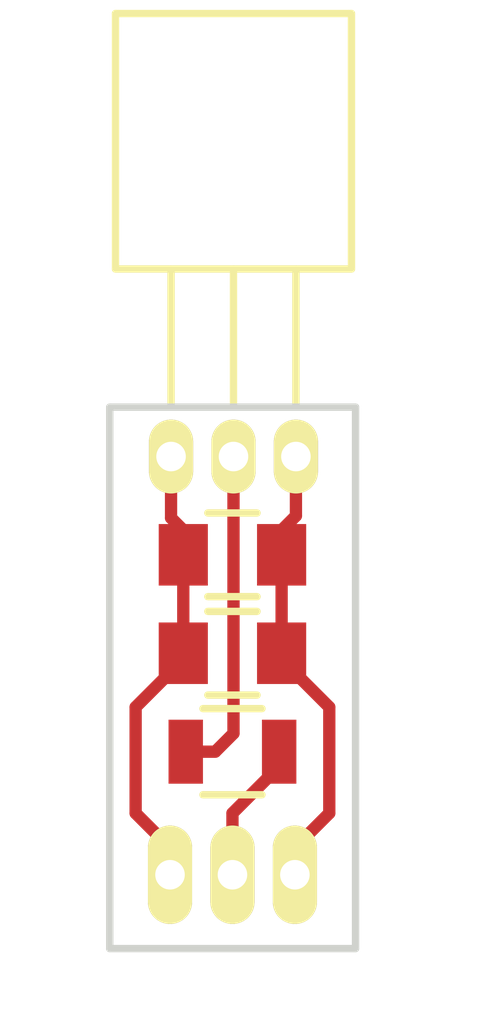
<source format=kicad_pcb>
(kicad_pcb (version 4) (host pcbnew 4.0.2-stable)

  (general
    (links 8)
    (no_connects 0)
    (area 146.924999 103.924999 152.075001 115.075001)
    (thickness 1.6)
    (drawings 4)
    (tracks 24)
    (zones 0)
    (modules 5)
    (nets 5)
  )

  (page A4)
  (layers
    (0 F.Cu signal)
    (31 B.Cu signal)
    (32 B.Adhes user)
    (33 F.Adhes user)
    (34 B.Paste user)
    (35 F.Paste user)
    (36 B.SilkS user)
    (37 F.SilkS user)
    (38 B.Mask user)
    (39 F.Mask user)
    (40 Dwgs.User user)
    (41 Cmts.User user)
    (42 Eco1.User user)
    (43 Eco2.User user)
    (44 Edge.Cuts user)
    (45 Margin user)
    (46 B.CrtYd user)
    (47 F.CrtYd user)
    (48 B.Fab user)
    (49 F.Fab user)
  )

  (setup
    (last_trace_width 0.25)
    (trace_clearance 0.2)
    (zone_clearance 0.508)
    (zone_45_only no)
    (trace_min 0.2)
    (segment_width 0.2)
    (edge_width 0.15)
    (via_size 0.6)
    (via_drill 0.4)
    (via_min_size 0.4)
    (via_min_drill 0.3)
    (uvia_size 0.3)
    (uvia_drill 0.1)
    (uvias_allowed no)
    (uvia_min_size 0.2)
    (uvia_min_drill 0.1)
    (pcb_text_width 0.3)
    (pcb_text_size 1.5 1.5)
    (mod_edge_width 0.15)
    (mod_text_size 1 1)
    (mod_text_width 0.15)
    (pad_size 2.5 1.7272)
    (pad_drill 1.016)
    (pad_to_mask_clearance 0.1)
    (aux_axis_origin 0 0)
    (visible_elements FFFEFF7F)
    (pcbplotparams
      (layerselection 0x00030_80000001)
      (usegerberextensions false)
      (excludeedgelayer true)
      (linewidth 0.100000)
      (plotframeref false)
      (viasonmask false)
      (mode 1)
      (useauxorigin false)
      (hpglpennumber 1)
      (hpglpenspeed 20)
      (hpglpendiameter 15)
      (hpglpenoverlay 2)
      (psnegative false)
      (psa4output false)
      (plotreference true)
      (plotvalue true)
      (plotinvisibletext false)
      (padsonsilk false)
      (subtractmaskfromsilk false)
      (outputformat 1)
      (mirror false)
      (drillshape 1)
      (scaleselection 1)
      (outputdirectory ""))
  )

  (net 0 "")
  (net 1 "Net-(C1-Pad1)")
  (net 2 "Net-(C1-Pad2)")
  (net 3 "Net-(P1-Pad2)")
  (net 4 "Net-(R1-Pad2)")

  (net_class Default "This is the default net class."
    (clearance 0.2)
    (trace_width 0.25)
    (via_dia 0.6)
    (via_drill 0.4)
    (uvia_dia 0.3)
    (uvia_drill 0.1)
    (add_net "Net-(C1-Pad1)")
    (add_net "Net-(C1-Pad2)")
    (add_net "Net-(P1-Pad2)")
    (add_net "Net-(R1-Pad2)")
  )

  (module Capacitors_SMD:C_0805 (layer F.Cu) (tedit 56FB970C) (tstamp 56FB926C)
    (at 149.496 107)
    (descr "Capacitor SMD 0805, reflow soldering, AVX (see smccp.pdf)")
    (tags "capacitor 0805")
    (path /56FB93E7)
    (attr smd)
    (fp_text reference C1 (at 0 -2.1) (layer F.SilkS) hide
      (effects (font (size 1 1) (thickness 0.15)))
    )
    (fp_text value 1u (at 0 2.1) (layer F.Fab)
      (effects (font (size 1 1) (thickness 0.15)))
    )
    (fp_line (start -1.8 -1) (end 1.8 -1) (layer F.CrtYd) (width 0.05))
    (fp_line (start -1.8 1) (end 1.8 1) (layer F.CrtYd) (width 0.05))
    (fp_line (start -1.8 -1) (end -1.8 1) (layer F.CrtYd) (width 0.05))
    (fp_line (start 1.8 -1) (end 1.8 1) (layer F.CrtYd) (width 0.05))
    (fp_line (start 0.5 -0.85) (end -0.5 -0.85) (layer F.SilkS) (width 0.15))
    (fp_line (start -0.5 0.85) (end 0.5 0.85) (layer F.SilkS) (width 0.15))
    (pad 1 smd rect (at -1 0) (size 1 1.25) (layers F.Cu F.Paste F.Mask)
      (net 1 "Net-(C1-Pad1)"))
    (pad 2 smd rect (at 1 0) (size 1 1.25) (layers F.Cu F.Paste F.Mask)
      (net 2 "Net-(C1-Pad2)"))
    (model Capacitors_SMD.3dshapes/C_0805.wrl
      (at (xyz 0 0 0))
      (scale (xyz 1 1 1))
      (rotate (xyz 0 0 0))
    )
  )

  (module Capacitors_SMD:C_0805 (layer F.Cu) (tedit 56FB96FA) (tstamp 56FB9278)
    (at 149.496 109)
    (descr "Capacitor SMD 0805, reflow soldering, AVX (see smccp.pdf)")
    (tags "capacitor 0805")
    (path /56FB93A4)
    (attr smd)
    (fp_text reference C2 (at -0.398 -1.558) (layer F.SilkS) hide
      (effects (font (size 1 1) (thickness 0.15)))
    )
    (fp_text value 0.1u (at 0 2.1) (layer F.Fab)
      (effects (font (size 1 1) (thickness 0.15)))
    )
    (fp_line (start -1.8 -1) (end 1.8 -1) (layer F.CrtYd) (width 0.05))
    (fp_line (start -1.8 1) (end 1.8 1) (layer F.CrtYd) (width 0.05))
    (fp_line (start -1.8 -1) (end -1.8 1) (layer F.CrtYd) (width 0.05))
    (fp_line (start 1.8 -1) (end 1.8 1) (layer F.CrtYd) (width 0.05))
    (fp_line (start 0.5 -0.85) (end -0.5 -0.85) (layer F.SilkS) (width 0.15))
    (fp_line (start -0.5 0.85) (end 0.5 0.85) (layer F.SilkS) (width 0.15))
    (pad 1 smd rect (at -1 0) (size 1 1.25) (layers F.Cu F.Paste F.Mask)
      (net 1 "Net-(C1-Pad1)"))
    (pad 2 smd rect (at 1 0) (size 1 1.25) (layers F.Cu F.Paste F.Mask)
      (net 2 "Net-(C1-Pad2)"))
    (model Capacitors_SMD.3dshapes/C_0805.wrl
      (at (xyz 0 0 0))
      (scale (xyz 1 1 1))
      (rotate (xyz 0 0 0))
    )
  )

  (module Resistors_SMD:R_0805 (layer F.Cu) (tedit 56FB9713) (tstamp 56FB9296)
    (at 149.496 111 180)
    (descr "Resistor SMD 0805, reflow soldering, Vishay (see dcrcw.pdf)")
    (tags "resistor 0805")
    (path /56FB94D4)
    (attr smd)
    (fp_text reference R1 (at 0 -2.1 180) (layer F.SilkS) hide
      (effects (font (size 1 1) (thickness 0.15)))
    )
    (fp_text value 750 (at 0 2.1 180) (layer F.Fab)
      (effects (font (size 1 1) (thickness 0.15)))
    )
    (fp_line (start -1.6 -1) (end 1.6 -1) (layer F.CrtYd) (width 0.05))
    (fp_line (start -1.6 1) (end 1.6 1) (layer F.CrtYd) (width 0.05))
    (fp_line (start -1.6 -1) (end -1.6 1) (layer F.CrtYd) (width 0.05))
    (fp_line (start 1.6 -1) (end 1.6 1) (layer F.CrtYd) (width 0.05))
    (fp_line (start 0.6 0.875) (end -0.6 0.875) (layer F.SilkS) (width 0.15))
    (fp_line (start -0.6 -0.875) (end 0.6 -0.875) (layer F.SilkS) (width 0.15))
    (pad 1 smd rect (at -0.95 0 180) (size 0.7 1.3) (layers F.Cu F.Paste F.Mask)
      (net 3 "Net-(P1-Pad2)"))
    (pad 2 smd rect (at 0.95 0 180) (size 0.7 1.3) (layers F.Cu F.Paste F.Mask)
      (net 4 "Net-(R1-Pad2)"))
    (model Resistors_SMD.3dshapes/R_0805.wrl
      (at (xyz 0 0 0))
      (scale (xyz 1 1 1))
      (rotate (xyz 0 0 0))
    )
  )

  (module TO_SOT_Packages_THT:TO-92_Horizontal2_Inline_Narrow_Oval (layer F.Cu) (tedit 56FB971A) (tstamp 56FB92A8)
    (at 148.2471 105.0036)
    (descr "TO-92 horizontal, leads in-line, narrow, oval pads, drill 0.6mm (see NXP sot054_po.pdf)")
    (tags "to-92 sc-43 sc-43a sot54 PA33 transistor")
    (path /56FB9385)
    (fp_text reference U1 (at 0 -11) (layer F.SilkS) hide
      (effects (font (size 1 1) (thickness 0.15)))
    )
    (fp_text value TMP36 (at 0 3) (layer F.Fab)
      (effects (font (size 1 1) (thickness 0.15)))
    )
    (fp_line (start 2.54 -1.016) (end 2.54 -3.81) (layer F.SilkS) (width 0.15))
    (fp_line (start 1.27 -1.016) (end 1.27 -3.81) (layer F.SilkS) (width 0.15))
    (fp_line (start 0 -1.016) (end 0 -3.81) (layer F.SilkS) (width 0.15))
    (fp_line (start 3.67 -3.81) (end -1.13 -3.81) (layer F.SilkS) (width 0.15))
    (fp_line (start -1.13 -3.81) (end -1.13 -9) (layer F.SilkS) (width 0.15))
    (fp_line (start -1.13 -9) (end 3.67 -9) (layer F.SilkS) (width 0.15))
    (fp_line (start 3.67 -9) (end 3.67 -3.81) (layer F.SilkS) (width 0.15))
    (fp_line (start 3.95 -9.25) (end 3.95 1) (layer F.CrtYd) (width 0.05))
    (fp_line (start 3.95 -9.25) (end -1.4 -9.25) (layer F.CrtYd) (width 0.05))
    (fp_line (start -1.4 -9.25) (end -1.4 1) (layer F.CrtYd) (width 0.05))
    (fp_line (start 3.95 1) (end -1.4 1) (layer F.CrtYd) (width 0.05))
    (pad 2 thru_hole oval (at 1.27 0) (size 0.89916 1.50114) (drill 0.6) (layers *.Cu *.Mask F.SilkS)
      (net 4 "Net-(R1-Pad2)"))
    (pad 1 thru_hole oval (at 0 0) (size 0.89916 1.50114) (drill 0.6) (layers *.Cu *.Mask F.SilkS)
      (net 1 "Net-(C1-Pad1)"))
    (pad 3 thru_hole oval (at 2.54 0) (size 0.89916 1.50114) (drill 0.6) (layers *.Cu *.Mask F.SilkS)
      (net 2 "Net-(C1-Pad2)"))
    (model TO_SOT_Packages_THT.3dshapes/TO-92_Horizontal2_Inline_Narrow_Oval.wrl
      (at (xyz 0.05 0 0))
      (scale (xyz 1 1 1))
      (rotate (xyz 0 0 90))
    )
  )

  (module BK_Common:SolderPad_3pin (layer F.Cu) (tedit 56FB9704) (tstamp 56FB97B4)
    (at 148.226 113.5)
    (descr "TO-92 leads in-line, narrow, oval pads, drill 0.6mm (see NXP sot054_po.pdf)")
    (tags "to-92 sc-43 sc-43a sot54 PA33 transistor")
    (path /56FB95BF)
    (fp_text reference P1 (at 1.3 -2.1) (layer F.SilkS) hide
      (effects (font (size 1 1) (thickness 0.15)))
    )
    (fp_text value CONN_01X03 (at 1.5 2.2) (layer F.Fab)
      (effects (font (size 1 1) (thickness 0.15)))
    )
    (fp_line (start -0.7 1.3) (end -0.7 -1.3) (layer F.CrtYd) (width 0.05))
    (fp_line (start -0.7 1.3) (end 3.3 1.3) (layer F.CrtYd) (width 0.05))
    (fp_line (start -0.7 -1.3) (end 3.3 -1.3) (layer F.CrtYd) (width 0.05))
    (fp_line (start 3.3 1.3) (end 3.3 -1.3) (layer F.CrtYd) (width 0.05))
    (pad 2 thru_hole oval (at 1.27 0 180) (size 0.89916 2) (drill 0.6) (layers *.Cu *.Mask F.SilkS)
      (net 3 "Net-(P1-Pad2)"))
    (pad 3 thru_hole oval (at 2.54 0 180) (size 0.89916 2) (drill 0.6) (layers *.Cu *.Mask F.SilkS)
      (net 2 "Net-(C1-Pad2)"))
    (pad 1 thru_hole oval (at 0 0 180) (size 0.89916 2) (drill 0.6) (layers *.Cu *.Mask F.SilkS)
      (net 1 "Net-(C1-Pad1)"))
  )

  (gr_line (start 147 115) (end 147 104) (layer Edge.Cuts) (width 0.15))
  (gr_line (start 152 115) (end 147 115) (layer Edge.Cuts) (width 0.15))
  (gr_line (start 152 104) (end 152 115) (layer Edge.Cuts) (width 0.15))
  (gr_line (start 147 104) (end 152 104) (layer Edge.Cuts) (width 0.15))

  (segment (start 148.496 109) (end 148.496 109.125) (width 0.25) (layer F.Cu) (net 1))
  (segment (start 148.496 109.125) (end 147.52642 110.09458) (width 0.25) (layer F.Cu) (net 1))
  (segment (start 147.52642 110.09458) (end 147.52642 112.25) (width 0.25) (layer F.Cu) (net 1))
  (segment (start 147.52642 112.25) (end 148.226 112.94958) (width 0.25) (layer F.Cu) (net 1))
  (segment (start 148.226 112.94958) (end 148.226 113.5) (width 0.25) (layer F.Cu) (net 1))
  (segment (start 148.496 107) (end 148.496 109) (width 0.25) (layer F.Cu) (net 1))
  (segment (start 148.496 106.5) (end 148.2471 106.2511) (width 0.25) (layer F.Cu) (net 1))
  (segment (start 148.2471 106.2511) (end 148.2471 105.0036) (width 0.25) (layer F.Cu) (net 1))
  (segment (start 148.496 107) (end 148.496 106.5) (width 0.25) (layer F.Cu) (net 1))
  (segment (start 150.496 109) (end 150.496 109.125) (width 0.25) (layer F.Cu) (net 2))
  (segment (start 150.496 109.125) (end 151.46558 110.09458) (width 0.25) (layer F.Cu) (net 2))
  (segment (start 151.46558 110.09458) (end 151.46558 112.25) (width 0.25) (layer F.Cu) (net 2))
  (segment (start 151.46558 112.25) (end 150.766 112.94958) (width 0.25) (layer F.Cu) (net 2))
  (segment (start 150.766 112.94958) (end 150.766 113.5) (width 0.25) (layer F.Cu) (net 2))
  (segment (start 150.496 107) (end 150.496 109) (width 0.25) (layer F.Cu) (net 2))
  (segment (start 150.496 106.5) (end 150.7871 106.2089) (width 0.25) (layer F.Cu) (net 2))
  (segment (start 150.7871 106.2089) (end 150.7871 105.0036) (width 0.25) (layer F.Cu) (net 2))
  (segment (start 150.496 107) (end 150.496 106.5) (width 0.25) (layer F.Cu) (net 2))
  (segment (start 150.446 111) (end 150.446 111.3) (width 0.25) (layer F.Cu) (net 3))
  (segment (start 150.446 111.3) (end 149.496 112.25) (width 0.25) (layer F.Cu) (net 3))
  (segment (start 149.496 112.25) (end 149.496 113.5) (width 0.25) (layer F.Cu) (net 3))
  (segment (start 149.5171 105.0036) (end 149.5171 110.6289) (width 0.25) (layer F.Cu) (net 4))
  (segment (start 149.5171 110.6289) (end 149.146 111) (width 0.25) (layer F.Cu) (net 4))
  (segment (start 149.146 111) (end 148.546 111) (width 0.25) (layer F.Cu) (net 4))

)

</source>
